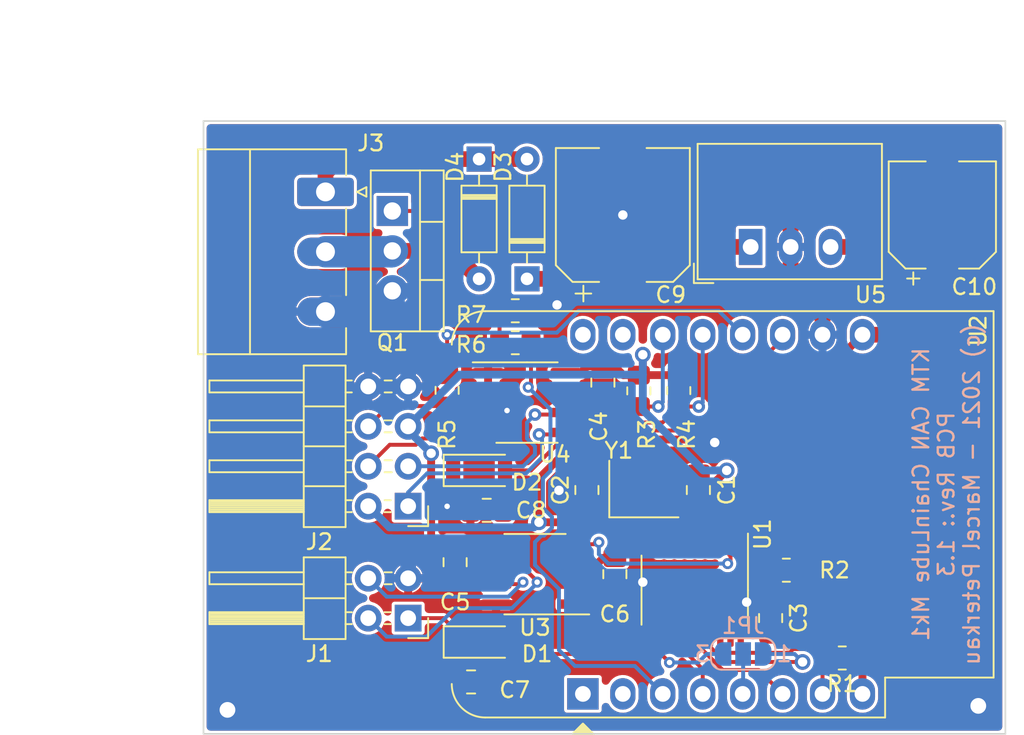
<source format=kicad_pcb>
(kicad_pcb (version 20211014) (generator pcbnew)

  (general
    (thickness 1.6)
  )

  (paper "A4")
  (layers
    (0 "F.Cu" signal)
    (31 "B.Cu" signal)
    (32 "B.Adhes" user "B.Adhesive")
    (33 "F.Adhes" user "F.Adhesive")
    (34 "B.Paste" user)
    (35 "F.Paste" user)
    (36 "B.SilkS" user "B.Silkscreen")
    (37 "F.SilkS" user "F.Silkscreen")
    (38 "B.Mask" user)
    (39 "F.Mask" user)
    (40 "Dwgs.User" user "User.Drawings")
    (41 "Cmts.User" user "User.Comments")
    (42 "Eco1.User" user "User.Eco1")
    (43 "Eco2.User" user "User.Eco2")
    (44 "Edge.Cuts" user)
    (45 "Margin" user)
    (46 "B.CrtYd" user "B.Courtyard")
    (47 "F.CrtYd" user "F.Courtyard")
    (48 "B.Fab" user)
    (49 "F.Fab" user)
  )

  (setup
    (pad_to_mask_clearance 0)
    (pcbplotparams
      (layerselection 0x00010fc_ffffffff)
      (disableapertmacros false)
      (usegerberextensions true)
      (usegerberattributes false)
      (usegerberadvancedattributes false)
      (creategerberjobfile false)
      (svguseinch false)
      (svgprecision 6)
      (excludeedgelayer true)
      (plotframeref false)
      (viasonmask false)
      (mode 1)
      (useauxorigin false)
      (hpglpennumber 1)
      (hpglpenspeed 20)
      (hpglpendiameter 15.000000)
      (dxfpolygonmode true)
      (dxfimperialunits true)
      (dxfusepcbnewfont true)
      (psnegative false)
      (psa4output false)
      (plotreference true)
      (plotvalue false)
      (plotinvisibletext false)
      (sketchpadsonfab false)
      (subtractmaskfromsilk true)
      (outputformat 1)
      (mirror false)
      (drillshape 0)
      (scaleselection 1)
      (outputdirectory "gerber/")
    )
  )

  (net 0 "")
  (net 1 "GND")
  (net 2 "Net-(C2-Pad1)")
  (net 3 "+5V")
  (net 4 "Net-(C7-Pad1)")
  (net 5 "Net-(D2-Pad1)")
  (net 6 "Net-(D3-Pad2)")
  (net 7 "Net-(D4-Pad2)")
  (net 8 "Net-(Q1-Pad1)")
  (net 9 "MISO")
  (net 10 "+3V3")
  (net 11 "PUMP")
  (net 12 "CS")
  (net 13 "SCK")
  (net 14 "MOSI")
  (net 15 "unconnected-(U1-Pad15)")
  (net 16 "Net-(C1-Pad1)")
  (net 17 "Net-(C8-Pad1)")
  (net 18 "Net-(C9-Pad1)")
  (net 19 "Net-(JP1-Pad2)")
  (net 20 "Net-(R2-Pad2)")
  (net 21 "Net-(R5-Pad2)")
  (net 22 "Net-(U1-Pad1)")
  (net 23 "Net-(U1-Pad2)")
  (net 24 "unconnected-(U1-Pad3)")
  (net 25 "unconnected-(U1-Pad4)")
  (net 26 "unconnected-(U1-Pad5)")
  (net 27 "unconnected-(U1-Pad6)")
  (net 28 "unconnected-(U1-Pad7)")
  (net 29 "unconnected-(U1-Pad11)")
  (net 30 "unconnected-(U1-Pad12)")
  (net 31 "unconnected-(U1-Pad13)")
  (net 32 "unconnected-(U2-Pad1)")
  (net 33 "unconnected-(U2-Pad2)")
  (net 34 "unconnected-(U2-Pad15)")
  (net 35 "unconnected-(U2-Pad16)")
  (net 36 "Net-(D1-Pad1)")
  (net 37 "Net-(J1-Pad2)")
  (net 38 "Net-(J1-Pad4)")
  (net 39 "Net-(J2-Pad1)")
  (net 40 "Net-(J2-Pad3)")
  (net 41 "Net-(J2-Pad6)")

  (footprint "Capacitor_SMD:C_0805_2012Metric_Pad1.18x1.45mm_HandSolder" (layer "F.Cu") (at 126.4705 84.836 180))

  (footprint "Capacitor_SMD:C_0805_2012Metric_Pad1.18x1.45mm_HandSolder" (layer "F.Cu") (at 125.476 95.758 180))

  (footprint "Diode_SMD:D_SOD-123" (layer "F.Cu") (at 125.984 93.218))

  (footprint "Resistor_SMD:R_0805_2012Metric_Pad1.20x1.40mm_HandSolder" (layer "F.Cu") (at 123.952 77.2 90))

  (footprint "Resistor_SMD:R_0805_2012Metric_Pad1.20x1.40mm_HandSolder" (layer "F.Cu") (at 128.286 74.168))

  (footprint "Module:WEMOS_D1_mini_light" (layer "F.Cu") (at 132.588 96.52 90))

  (footprint "Capacitor_SMD:CP_Elec_6.3x7.7" (layer "F.Cu") (at 155.448 66.04 90))

  (footprint "Resistor_SMD:R_0805_2012Metric_Pad1.20x1.40mm_HandSolder" (layer "F.Cu") (at 128.286 72.136))

  (footprint "Diode_SMD:D_SOD-123" (layer "F.Cu") (at 125.984 82.296))

  (footprint "Converter_DCDC:Converter_DCDC_RECOM_R-78E-0.5_THT" (layer "F.Cu") (at 143.256 68.072))

  (footprint "Package_TO_SOT_THT:TO-220-3_Vertical" (layer "F.Cu") (at 120.467 65.786 -90))

  (footprint "Capacitor_SMD:CP_Elec_8x10" (layer "F.Cu") (at 135.128 66.04 90))

  (footprint "Capacitor_SMD:C_0805_2012Metric_Pad1.18x1.45mm_HandSolder" (layer "F.Cu") (at 133.858 76.708 -90))

  (footprint "Diode_THT:D_DO-35_SOD27_P7.62mm_Horizontal" (layer "F.Cu") (at 129.032 70.104 90))

  (footprint "Resistor_SMD:R_0805_2012Metric_Pad1.20x1.40mm_HandSolder" (layer "F.Cu") (at 138.684 77.216 90))

  (footprint "Resistor_SMD:R_0805_2012Metric_Pad1.20x1.40mm_HandSolder" (layer "F.Cu") (at 136.144 77.232 90))

  (footprint "Package_SO:SOIC-8_3.9x4.9mm_P1.27mm" (layer "F.Cu") (at 129.032 77.978))

  (footprint "Diode_THT:D_DO-35_SOD27_P7.62mm_Horizontal" (layer "F.Cu") (at 125.984 62.484 -90))

  (footprint "Package_SO:TSSOP-20_4.4x6.5mm_P0.65mm" (layer "F.Cu") (at 139.7 89.916 -90))

  (footprint "Connector_PinHeader_2.54mm:PinHeader_2x04_P2.54mm_Horizontal" (layer "F.Cu") (at 121.474 84.572 180))

  (footprint "Package_SO:SOIC-8_3.9x4.9mm_P1.27mm" (layer "F.Cu") (at 129.54 88.9 180))

  (footprint "Connector_PinHeader_2.54mm:PinHeader_2x02_P2.54mm_Horizontal" (layer "F.Cu") (at 121.474 91.699 180))

  (footprint "Capacitor_SMD:C_0805_2012Metric_Pad1.18x1.45mm_HandSolder" (layer "F.Cu") (at 144.526 91.694 90))

  (footprint "Crystal:Crystal_SMD_EuroQuartz_X22-4Pin_2.5x2.0mm_HandSoldering" (layer "F.Cu") (at 136.4645 83.482))

  (footprint "Capacitor_SMD:C_0805_2012Metric_Pad1.18x1.45mm_HandSolder" (layer "F.Cu") (at 139.9325 83.5445 90))

  (footprint "Capacitor_SMD:C_0805_2012Metric_Pad1.18x1.45mm_HandSolder" (layer "F.Cu") (at 134.62 88.9 -90))

  (footprint "Capacitor_SMD:C_0805_2012Metric_Pad1.18x1.45mm_HandSolder" (layer "F.Cu") (at 124.46 88.138 -90))

  (footprint "Connector_Phoenix_MC:PhoenixContact_MC_1,5_3-G-3.81_1x03_P3.81mm_Horizontal" (layer "F.Cu") (at 116.2165 64.571 -90))

  (footprint "Resistor_SMD:R_0805_2012Metric_Pad1.20x1.40mm_HandSolder" (layer "F.Cu") (at 145.526 88.646 180))

  (footprint "Resistor_SMD:R_0805_2012Metric_Pad1.20x1.40mm_HandSolder" (layer "F.Cu") (at 149.082 94.234 180))

  (footprint "Capacitor_SMD:C_0805_2012Metric_Pad1.18x1.45mm_HandSolder" (layer "F.Cu") (at 132.842 83.5445 90))

  (footprint "Jumper:SolderJumper-3_P1.3mm_Open_RoundedPad1.0x1.5mm_NumberLabels" (layer "B.Cu") (at 142.778 93.98 180))

  (gr_line (start 159.458 99.06) (end 108.458 99.06) (layer "Edge.Cuts") (width 0.1) (tstamp 626679e8-6101-4722-ac57-5b8d9dab4c8b))
  (gr_line (start 108.458 60.06) (end 159.458 60.06) (layer "Edge.Cuts") (width 0.1) (tstamp 9f782c92-a5e8-49db-bfda-752b35522ce4))
  (gr_line (start 108.458 99.06) (end 108.458 60.06) (layer "Edge.Cuts") (width 0.1) (tstamp ccc4cc25-ac17-45ef-825c-e079951ffb21))
  (gr_line (start 159.458 60.06) (end 159.458 99.06) (layer "Edge.Cuts") (width 0.1) (tstamp da6f4122-0ecc-496f-b0fd-e4abef534976))
  (gr_text "KTM CAN ChainLube Mk1\nPCB Rev.: 1.3\n(c) 2021 - Marcel Peterkau" (at 155.702 83.82 90) (layer "B.SilkS") (tstamp 00000000-0000-0000-0000-000061de6936)
    (effects (font (size 1 1) (thickness 0.15)) (justify mirror))
  )
  (dimension (type aligned) (layer "Dwgs.User") (tstamp 7d0dab95-9e7a-486e-a1d7-fc48860fd57d)
    (pts (xy 108.458 99.06) (xy 108.458 60.06))
    (height -6.857999)
    (gr_text "39.0000 mm" (at 100.450001 79.56 90) (layer "Dwgs.User") (tstamp 7d0dab95-9e7a-486e-a1d7-fc48860fd57d)
      (effects (font (size 1 1) (thickness 0.15)))
    )
    (format (units 2) (units_format 1) (precision 4))
    (style (thickness 0.15) (arrow_length 1.27) (text_position_mode 0) (extension_height 0.58642) (extension_offset 0) keep_text_aligned)
  )
  (dimension (type aligned) (layer "Dwgs.User") (tstamp a7f25f41-0b4c-4430-b6cd-b2160b2db099)
    (pts (xy 108.458 60.06) (xy 159.458 60.06))
    (height -5.703999)
    (gr_text "51.0000 mm" (at 133.958 53.206001) (layer "Dwgs.User") (tstamp a7f25f41-0b4c-4430-b6cd-b2160b2db099)
      (effects (font (size 1 1) (thickness 0.15)))
    )
    (format (units 2) (units_format 1) (precision 4))
    (style (thickness 0.15) (arrow_length 1.27) (text_position_mode 0) (extension_height 0.58642) (extension_offset 0) keep_text_aligned)
  )

  (segment (start 125.476 91.186) (end 125.476 94.025022) (width 0.5) (layer "F.Cu") (net 1) (tstamp 023cdffb-615d-45a1-94b4-fd437f33d5cc))
  (segment (start 134.069 81.28) (end 139.954 81.28) (width 0.5) (layer "F.Cu") (net 1) (tstamp 02e83b5e-9e3e-4ade-ae84-779a28212057))
  (segment (start 124.4385 95.062522) (end 124.4385 95.758) (width 0.5) (layer "F.Cu") (net 1) (tstamp 0cdaf6b1-dc1f-486d-b713-24ddb4a56308))
  (segment (start 132.015 89.535) (end 132.969 89.535) (width 0.5) (layer "F.Cu") (net 1) (tstamp 0ecd8cf9-2db6-4dc0-85dc-4dbe645ca936))
  (segment (start 135.8685 89.9375) (end 136.398 89.408) (width 0.5) (layer "F.Cu") (net 1) (tstamp 1481a326-a01e-412c-80c1-59b5573ed7b1))
  (segment (start 140.716 80.518) (end 140.97 80.518) (width 0.5) (layer "F.Cu") (net 1) (tstamp 2364bc60-2c89-4a69-bb28-4cf85dbaf24b))
  (segment (start 133.3715 89.9375) (end 134.62 89.9375) (width 0.5) (layer "F.Cu") (net 1) (tstamp 27fb955a-2d8b-43e0-bdde-0e7f31ac7bf7))
  (segment (start 145.796 69.596) (end 147.828 71.628) (width 1) (layer "F.Cu") (net 1) (tstamp 2a1de22d-6451-488d-af77-0bf8841bd695))
  (segment (start 129.66104 71.76096) (end 143.63104 71.76096) (width 0.5) (layer "F.Cu") (net 1) (tstamp 2c1f8b32-80c4-45ce-a09d-bb33db2dd223))
  (segment (start 139.954 81.28) (end 139.954 82.4855) (width 0.5) (layer "F.Cu") (net 1) (tstamp 2c296fff-34b9-47cf-a5da-bd55fc261ece))
  (segment (start 130.683 89.535) (end 130.683 88.790151) (width 0.5) (layer "F.Cu") (net 1) (tstamp 2c35ac53-fddb-41aa-8c77-71b213a7d568))
  (segment (start 145.796 66.04) (end 142.748 62.992) (width 1) (layer "F.Cu") (net 1) (tstamp 2c60448a-e30f-46b2-89e1-a44f51688efc))
  (segment (start 128.143 77.343) (end 126.557 77.343) (width 0.5) (layer "F.Cu") (net 1) (tstamp 39b46d22-08bc-4502-8e6e-5a88c1961636))
  (segment (start 126.557 79.883) (end 125.095 79.883) (width 0.5) (layer "F.Cu") (net 1) (tstamp 3d3106cd-0843-4c05-a011-aad82b16a340))
  (segment (start 132.969 89.535) (end 133.3715 89.9375) (width 0.5) (layer "F.Cu") (net 1) (tstamp 47c7ada3-065f-483c-87bc-5e58c17670f6))
  (segment (start 129.286 72.136) (end 129.66104 71.76096) (width 0.5) (layer "F.Cu") (net 1) (tstamp 48e9104a-8df0-4ef3-a087-ec0002e1fb3c))
  (segment (start 130.477014 89.739169) (end 130.478831 89.739169) (width 0.5) (layer "F.Cu") (net 1) (tstamp 4946bbaa-c42f-4927-a0e4-5d643349a624))
  (segment (start 125.476 81.534) (end 125.476 81.788) (width 0.5) (layer "F.Cu") (net 1) (tstamp 4a911102-c769-4b39-89f9-b742b139bd1c))
  (segment (start 130.683 89.535) (end 130.478831 89.739169) (width 0.5) (layer "F.Cu") (net 1) (tstamp 4b13bdf7-6df5-4855-8df9-122c101e0d1c))
  (segment (start 148.496 63.34) (end 145.796 66.04) (width 1) (layer "F.Cu") (net 1) (tstamp 4b1fce17-dec7-457e-ba3b-a77604e77dc9))
  (segment (start 134.014989 82.507) (end 134.014989 81.334011) (width 0.5) (layer "F.Cu") (net 1) (tstamp 51ade803-e43f-415b-acf1-cbe9b60e0555))
  (segment (start 130.683 88.790151) (end 128.138329 86.24548) (width 0.5) (layer "F.Cu") (net 1) (tstamp 539a2a36-19bf-4dcf-8e64-b9ab81c9405b))
  (segment (start 124.46 89.1755) (end 121.4905 89.1755) (width 0.5) (layer "F.Cu") (net 1) (tstamp 54e2ac8d-fd82-4bc2-930e-4d687add0e14))
  (segment (start 126.557 79.883) (end 126.557 78.613) (width 0.5) (layer "F.Cu") (net 1) (tstamp 599ecd1e-d3bd-40f8-ad47-431d1392e2e7))
  (segment (start 139.954 82.4855) (end 139.9325 82.507) (width 0.5) (layer "F.Cu") (net 1) (tstamp 5c9c590b-fa70-4456-94bd-401f97b11fdf))
  (segment (start 125.095 79.883) (end 124.908519 80.069481) (width 0.5) (layer "F.Cu") (net 1) (tstamp 5efdd3ce-8ab4-49cd-a3d2-130d8e1772fe))
  (segment (start 134.958 89.789) (end 134.874 89.873) (width 0.5) (layer "F.Cu") (net 1) (tstamp 65cfeff3-b4f8-4019-a385-47d8468a529a))
  (segment (start 145.796 68.072) (end 145.796 69.596) (width 1) (layer "F.Cu") (net 1) (tstamp 6ac3ab53-7523-4805-bfd2-5de19dff127e))
  (segment (start 134.62 89.9375) (end 135.8685 89.9375) (width 0.5) (layer "F.Cu") (net 1) (tstamp 71f1d60b-385f-4b2a-8c0f-92a6f8634db3))
  (segment (start 132.8635 77.7455) (end 133.858 77.7455) (width 0.5) (layer "F.Cu") (net 1) (tstamp 74a9a3d0-1cfd-4b28-9fb3-c0e6949e0e5d))
  (segment (start 121.4905 89.1755) (end 121.474 89.159) (width 0.5) (layer "F.Cu") (net 1) (tstamp 77371015-d9e8-42e5-94ba-c3534ef4de66))
  (segment (start 135.128 62.79) (end 135.128 66.04) (width 1) (layer "F.Cu") (net 1) (tstamp 7c38b2b3-b345-474d-ac96-82bb563978c8))
  (segment (start 124.908519 80.069481) (end 124.908519 80.966519) (width 0.5) (layer "F.Cu") (net 1) (tstamp 812753a0-56fe-400f-a441-80c8401da8b1))
  (segment (start 124.206 70.866) (end 120.467 70.866) (width 0.5) (layer "F.Cu") (net 1) (tstamp 847162b7-60e9-433d-b3d2-4968b0b6bdb7))
  (segment (start 155.448 63.34) (end 148.496 63.34) (width 1) (layer "F.Cu") (net 1) (tstamp 869d6302-ae22-478f-9723-3feacbb12eef))
  (segment (start 127.065 90.805) (end 129.411183 90.805) (width 0.5) (layer "F.Cu") (net 1) (tstamp 86d1e3c7-32dc-4b5c-b20c-8c411311de6d))
  (segment (start 129.833489 77.343) (end 129.833489 77.430511) (width 0.5) (layer "F.Cu") (net 1) (tstamp 8863e1d8-08ba-4f33-9d6e-204128050245))
  (segment (start 136.775 89.031) (end 136.775 88.007) (width 0.5) (layer "F.Cu") (net 1) (tstamp 894ae735-1f6b-4f3c-8e47-123bc510fdde))
  (segment (start 126.557 76.073) (end 125.10152 76.073) (width 0.5) (layer "F.Cu") (net 1) (tstamp 8e14207c-4a47-40d1-898a-0a0a2a181c49))
  (segment (start 142.748 62.992) (end 135.33 62.992) (width 1) (layer "F.Cu") (net 1) (tstamp 901440f4-e2a6-4447-83cc-f58a2b26f5c4))
  (segment (start 125.095 90.805) (end 125.476 91.186) (width 0.5) (layer "F.Cu") (net 1) (tstamp 90e85ac3-562e-4286-89d8-fa07e610c315))
  (segment (start 125.433 86.063) (end 125.433 84.836) (width 0.5) (layer "F.Cu") (net 1) (tstamp 92cf20b0-d670-49bf-8912-cb6ea62dd9b3))
  (segment (start 124.908519 80.966519) (end 125.476 81.534) (width 0.5) (layer "F.Cu") (net 1) (tstamp 9766a616-6758-409f-bb1f-c6a9b20b19e0))
  (segment (start 128.138329 86.24548) (end 125.61548 86.24548) (width 0.5) (layer "F.Cu") (net 1) (tstamp 99bb1ab5-f422-4900-ad86-feb26826507f))
  (segment (start 147.828 71.628) (end 147.828 73.66) (width 1) (layer "F.Cu") (net 1) (tstamp a8219a78-6b33-4efa-a789-6a67ce8f7a50))
  (segment (start 127.065 90.805) (end 125.095 90.805) (width 0.5) (layer "F.Cu") (net 1) (tstamp b4e5cbd6-9053-454d-9918-03f761c2e24b))
  (segment (start 126.557 76.073) (end 126.557 76.011) (width 0.5) (layer "F.Cu") (net 1) (tstamp ba8cd77a-fca6-43ed-b4a5-e700224a7f42))
  (segment (start 129.373511 77.890489) (end 128.690489 77.890489) (width 0.5) (layer "F.Cu") (net 1) (tstamp bb50e2b1-7d64-4d79-8df0-8a05ca9a6bca))
  (segment (start 132.015 89.535) (end 130.683 89.535) (width 0.5) (layer "F.Cu") (net 1) (tstamp bc3df64e-b307-4a81-8149-89fd91222c58))
  (segment (start 125.61548 86.24548) (end 125.433 86.063) (width 0.5) (layer "F.Cu") (net 1) (tstamp bca170b0-60c4-4721-b2f0-03b13d9c15f9))
  (segment (start 139.954 81.28) (end 140.716 80.518) (width 0.5) (layer "F.Cu") (net 1) (tstamp c16231d6-60b0-4370-ac3b-c2be76952905))
  (segment (start 143.63104 71.76096) (end 145.796 69.596) (width 0.5) (layer "F.Cu") (net 1) (tstamp c4564d51-ad25-4dfa-8b5d-fad220ea5887))
  (segment (start 129.411183 90.805) (end 130.477014 89.739169) (width 0.5) (layer "F.Cu") (net 1) (tstamp c60463ac-c6b1-4729-991f-c4ed5854c0b6))
  (segment (start 131.507 77.343) (end 132.461 77.343) (width 0.5) (layer "F.Cu") (net 1) (tstamp c6330284-aa51-475a-84a6-206e7a5204c7))
  (segment (start 125.476 94.025022) (end 124.4385 95.062522) (width 0.5) (layer "F.Cu") (net 1) (tstamp c69e2101-c2fe-4957-bf66-2b13826bd977))
  (segment (start 125.222 71.882) (end 124.206 70.866) (width 0.5) (layer "F.Cu") (net 1) (tstamp c8fad29f-33d0-484c-a2e6-5c4e1f5f4dcf))
  (segment (start 125.476 81.788) (end 125.476 84.793) (width 0.5) (layer "F.Cu") (net 1) (tstamp cb02a36d-0671-4e7e-8644-a4d35c239e77))
  (segment (start 125.10152 74.79648) (end 125.222 74.676) (width 0.5) (layer "F.Cu") (net 1) (tstamp cb25735a-b132-4c74-890d-e599e21a483f))
  (segment (start 125.222 74.676) (end 125.222 71.882) (width 0.5) (layer "F.Cu") (net 1) (tstamp cc2ad012-aa91-4346-af92-765e780b3d50))
  (segment (start 136.398 89.408) (end 136.775 89.031) (width 0.5) (layer "F.Cu") (net 1) (tstamp ceb238be-4d66-4c36-ba78-fd5c1679982f))
  (segment (start 145.796 68.072) (end 145.796 66.04) (width 1) (layer "F.Cu") (net 1) (tstamp d66d3c12-11ce-4566-9a45-962e329503d8))
  (segment (start 135.33 62.992) (end 135.128 62.79) (width 1) (layer "F.Cu") (net 1) (tstamp d7e5a060-eb57-4238-9312-26bc885fc97d))
  (segment (start 132.842 82.507) (end 134.014989 82.507) (width 0.5) (layer "F.Cu") (net 1) (tstamp d8a614a7-d331-4699-bc67-fe05d0be8e0a))
  (segment (start 126.557 77.343) (end 126.557 78.613) (width 0.5) (layer "F.Cu") (net 1) (tstamp d94e3a38-fe9f-4dc7-93b3-efcf75411149))
  (segment (start 131.507 77.343) (end 129.833489 77.343) (width 0.5) (layer "F.Cu") (net 1) (tstamp da30c951-4974-441a-a423-042fccec00a0))
  (segment (start 143.0235 90.6565) (end 143.002 90.678) (width 0.5) (layer "F.Cu") (net 1) (tstamp dbc02433-56f1-4549-9ae9-af7ff89a1101))
  (segment (start 124.46 90.17) (end 124.46 89.1755) (width 0.5) (layer "F.Cu") (net 1) (tstamp dc0e9d4f-27e0-42cf-98e5-9501b99079af))
  (segment (start 134.014989 81.334011) (end 134.069 81.28) (width 0.5) (layer "F.Cu") (net 1) (tstamp e30a5a88-0e2c-4697-83e1-67e595a79d8d))
  (segment (start 128.690489 77.890489) (end 128.143 77.343) (width 0.5) (layer "F.Cu") (net 1) (tstamp e34a0579-3409-466e-a7c5-cfdb76a3e567))
  (segment (start 125.476 84.793) (end 125.433 84.836) (width 0.5) (layer "F.Cu") (net 1) (tstamp e8248a91-ad69-49cb-bcdc-6d1a63c7ad1b))
  (segment (start 129.833489 77.430511) (end 129.373511 77.890489) (width 0.5) (layer "F.Cu") (net 1) (tstamp eb8841bc-c327-4b86-96d3-7928fa8a85d9))
  (segment (start 126.557 76.073) (end 126.557 77.343) (width 0.5) (layer "F.Cu") (net 1) (tstamp ec59debd-e10a-46dd-b754-83b8d53031fe))
  (segment (start 144.526 90.6565) (end 143.0235 90.6565) (width 0.5) (layer "F.Cu") (net 1) (tstamp edb205e3-82ad-41b2-814d-258ef9dd6cff))
  (segment (start 125.095 90.805) (end 124.46 90.17) (width 0.5) (layer "F.Cu") (net 1) (tstamp f5330c53-853e-4b5d-8eae-daa54a337cc1))
  (segment (start 132.461 77.343) (end 132.8635 77.7455) (width 0.5) (layer "F.Cu") (net 1) (tstamp f61cd545-a0d2-48b1-8ad5-43a725554575))
  (segment (start 136.775 87.0535) (end 136.775 88.007) (width 0.25) (layer "F.Cu") (net 1) (tstamp fe1f03aa-a582-44f6-84d0-e32aa2adf154))
  (segment (start 125.10152 76.073) (end 125.10152 74.79648) (width 0.5) (layer "F.Cu") (net 1) (tstamp ff59ecd7-ab5f-46ab-9c75-69ba1b7dfd25))
  (via (at 123.952 84.582) (size 0.7) (drill 0.35) (layers "F.Cu" "B.Cu") (free) (net 1) (tstamp 0df41557-44f9-480b-a1d8-131d8c71e47f))
  (via (at 131.064 83.566) (size 1) (drill 0.6) (layers "F.Cu" "B.Cu") (free) (net 1) (tstamp 1f8bc4bf-7362-45c2-9423-472842c52015))
  (via (at 140.97 80.518) (size 1) (drill 0.6) (layers "F.Cu" "B.Cu") (net 1) (tstamp 520dec4d-0bb1-4857-8ea3-0970131c9076))
  (via (at 130.94296 71.76096) (size 1) (drill 0.6) (layers "F.Cu" "B.Cu") (net 1) (tstamp 6a340c1c-635d-4858-b0e8-1281d6b7c410))
  (via (at 127.762 78.486) (size 0.7) (drill 0.35) (layers "F.Cu" "B.Cu") (free) (net 1) (tstamp 6a545a74-27a5-477c-9457-772e733fda89))
  (via (at 109.982 97.536) (size 2) (drill 1) (layers "F.Cu" "B.Cu") (free) (net 1) (tstamp a597b624-5f91-48e4-bfda-7a3f4ae3004c))
  (via (at 157.734 97.282) (size 2) (drill 1) (layers "F.Cu" "B.Cu") (free) (net 1) (tstamp c74f4aa4-d49b-4490-b797-127e25ebb8a3))
  (via (at 136.398 89.408) (size 1) (drill 0.6) (layers "F.Cu" "B.Cu") (net 1) (tstamp ca31c17c-76a3-4514-9a50-8dfcd1bb585f))
  (via (at 143.002 90.678) (size 1) (drill 0.6) (layers "F.Cu" "B.Cu") (net 1) (tstamp d81764f7-7042-4475-b793-646a2baa3a97))
  (via (at 135.128 66.04) (size 1) (drill 0.6) (layers "F.Cu" "B.Cu") (net 1) (tstamp f8cc9334-ce8f-45de-9a02-e9591e1eaf80))
  (segment (start 122.936 70.866) (end 120.467 70.866) (width 1) (layer "B.Cu") (net 1) (tstamp 0374e6be-7021-4b22-92de-71482e8c07b1))
  (segment (start 127.762 66.04) (end 122.936 70.866) (width 1) (layer "B.Cu") (net 1) (tstamp 0d9c0a1e-feb3-4ca3-a3ff-be9f999d103f))
  (segment (start 120.396 86.868) (end 121.474 87.946) (width 1) (layer "B.Cu") (net 1) (tstamp 17a711cb-86ad-4a8f-9a59-e70e1ec0f313))
  (segment (start 123.83096 71.76096) (end 122.936 70.866) (width 0.5) (layer "B.Cu") (net 1) (tstamp 1de6104b-d81a-465f-b14b-a4c1aa48fdb4))
  (segment (start 117.384489 85.21383) (end 119.038659 86.868) (width 1) (layer "B.Cu") (net 1) (tstamp 2d35569e-2e7f-481b-9cb8-b3c961520f88))
  (segment (start 121.474 76.952) (end 121.474 72.452) (width 1) (layer "B.Cu") (net 1) (tstamp 388281e1-b43d-4b8f-b65e-306c154ee8a1))
  (segment (start 116.2165 72.191) (end 119.142 72.191) (width 2) (layer "B.Cu") (net 1) (tstamp 3b38e200-5213-4741-8921-424e73ac94ff))
  (segment (start 130.94296 71.76096) (end 123.83096 71.76096) (width 0.5) (layer "B.Cu") (net 1) (tstamp 45cbe852-8d8c-41a9-8db3-17a1d81c4ef2))
  (segment (start 120.467 71.445) (end 120.467 70.866) (width 1) (layer "B.Cu") (net 1) (tstamp 4abcf011-562b-4c72-9626-ca4d60ddc6b5))
  (segment (start 137.668 90.678) (end 136.398 89.408) (width 0.5) (layer "B.Cu") (net 1) (tstamp 4bd43a87-7d39-4ebf-8917-178052502997))
  (segment (start 119.038659 86.868) (end 120.396 86.868) (width 1) (layer "B.Cu") (net 1) (tstamp 6006d06c-eb29-415a-9223-b4981614af59))
  (segment (start 118.934 76.952) (end 121.474 76.952) (width 1) (layer "B.Cu") (net 1) (tstamp 6b513407-4258-4298-bdc5-7f43834901ad))
  (segment (start 147.828 74.93) (end 147.828 73.66) (width 0.5) (layer "B.Cu") (net 1) (tstamp 73fc1d88-c1fe-4dfa-9da0-a801eb35dad2))
  (segment (start 119.142 72.191) (end 120.467 70.866) (width 2) (layer "B.Cu") (net 1) (tstamp 7d73123d-9e7d-4fa1-a550-8de11d57b61b))
  (segment (start 143.002 90.678) (end 137.668 90.678) (width 0.5) (layer "B.Cu") (net 1) (tstamp 85d1ae83-aad0-4179-bcbb-495676c1645d))
  (segment (start 118.934 76.952) (end 117.384489 78.501511) (width 1) (layer "B.Cu") (net 1) (tstamp 8c47d839-e165-40a3-87c7-43f32cc2f38c))
  (segment (start 140.97 80.518) (end 145.796 75.692) (width 0.5) (layer "B.Cu") (net 1) (tstamp a4764aa0-4283-4790-985a-80638f1cfc06))
  (segment (start 147.066 75.692) (end 147.828 74.93) (width 0.5) (layer "B.Cu") (net 1) (tstamp b2f0a346-a19c-480a-86a4-af2760a5b2d9))
  (segment (start 145.796 75.692) (end 147.066 75.692) (width 0.5) (layer "B.Cu") (net 1) (tstamp b4186ac5-37ee-4b4d-9650-2273aa425fb1))
  (segment (start 121.474 72.452) (end 120.467 71.445) (width 1) (layer "B.Cu") (net 1) (tstamp b723dd4d-3139-4c12-abfa-ef53ffd84e13))
  (segment (start 117.384489 78.501511) (end 117.384489 85.21383) (width 1) (layer "B.Cu") (net 1) (tstamp bf89bd8e-7bfa-45a7-aed0-20dd7b2dc02c))
  (segment (start 121.474 87.946) (end 121.474 89.159) (width 1) (layer "B.Cu") (net 1) (tstamp e8ac4044-92c4-4fe4-a51b-30bcb1e58cdd))
  (segment (start 135.128 66.04) (end 127.762 66.04) (width 1) (layer "B.Cu") (net 1) (tstamp fab7160d-3f96-48f3-87ed-6b95d8fa3777))
  (segment (start 132.842 84.582) (end 133.604 84.582) (width 0.25) (layer "F.Cu") (net 2) (tstamp 1c9cc526-585e-47c8-87ad-c41f879b6fd0))
  (segment (start 133.854 84.332) (end 135.3645 84.332) (width 0.25) (layer "F.Cu") (net 2) (tstamp 1cd3174d-abf3-4b68-b3c5-080aa4b78bae))
  (segment (start 135.3645 85.3265) (end 135.636 85.598) (width 0.25) (layer "F.Cu") (net 2) (tstamp 409278f4-ff24-4480-86e2-cc26c946172b))
  (segment (start 137.425 87.0535) (end 137.425 86.117) (width 0.25) (layer "F.Cu") (net 2) (tstamp 5297936d-1490-4fc6-814c-ced47b48515b))
  (segment (start 137.425 86.117) (end 136.906 85.598) (width 0.25) (layer "F.Cu") (net 2) (tstamp 61409f3f-da79-4528-ba15-299797b67a2b))
  (segment (start 133.604 84.582) (end 133.854 84.332) (width 0.25) (layer "F.Cu") (net 2) (tstamp 9247ed6e-7787-47bc-922a-0798ce0da4ce))
  (segment (start 135.3645 84.332) (end 135.3645 85.3265) (width 0.25) (layer "F.Cu") (net 2) (tstamp bd83b3d0-475b-49ee-ad48-a0c984e77f2b))
  (segment (start 136.906 85.598) (end 135.636 85.598) (width 0.25) (layer "F.Cu") (net 2) (tstamp d2780db7-45c9-4db4-a1f8-82e01f0be901))
  (segment (start 133.477 88.265) (end 132.015 88.265) (width 0.5) (layer "F.Cu") (net 3) (tstamp 0e3e3740-55dc-4a6b-8c64-11c6c6aadb79))
  (segment (start 144.839108 75.184) (end 139.692589 80.330519) (width 0.5) (layer "F.Cu") (net 3) (tstamp 10c41809-3d7b-42c3-8f0f-1634cf7e3d56))
  (segment (start 139.692589 80.330519) (end 133.841974 80.33052) (width 0.5) (layer "F.Cu") (net 3) (tstamp 1d8d99c0-7b6a-461b-8f4a-a564868177e3))
  (segment (start 154.432 73.66) (end 150.368 73.66) (width 1) (layer "F.Cu") (net 3) (tstamp 20caf6d2-76a7-497e-ac56-f6d31eb9027b))
  (segment (start 155.448 72.644) (end 154.432 73.66) (width 1) (layer "F.Cu") (net 3) (tstamp 2f291a4b-4ecb-4692-9ad2-324f9784c0d4))
  (segment (start 133.079975 81.092519) (end 131.50548 81.09252) (width 0.5) (layer "F.Cu") (net 3) (tstamp 36d9f170-93ef-428f-8380-8a44839cc197))
  (segment (start 133.841974 80.33052) (end 133.079975 81.092519) (width 0.5) (layer "F.Cu") (net 3) (tstamp 5c716e63-bbf1-426e-884a-0023becb8994))
  (segment (start 148.844 75.184) (end 144.839108 75.184) (width 0.5) (layer "F.Cu") (net 3) (tstamp 6fc3ecea-d9bf-4d0c-83b9-9dc583ef6406))
  (segment (start 155.448 68.74) (end 155.448 72.644) (width 1) (layer "F.Cu") (net 3) (tstamp 759788bd-3cb9-4d38-b58c-5cb10b7dca6b))
  (segment (start 150.368 73.66) (end 148.844 75.184) (width 0.5) (layer "F.Cu") (net 3) (tstamp 827091ff-9210-4ce2-b5fb-cadb1cd92218))
  (segment (start 134.62 86.36) (end 134.62 87.8625) (width 0.5) (layer "F.Cu") (net 3) (tstamp 89cd368b-37be-4b69-a67b-679c9513f4c9))
  (segment (start 134.62 87.8625) (end 133.8795 87.8625) (width 0.5) (layer "F.Cu") (net 3) (tstamp 90f1e464-29eb-4d7a-a9c8-9010b60a85c1))
  (segment (start 133.858 85.598) (end 134.62 86.36) (width 0.5) (layer "F.Cu") (net 3) (tstamp 95248964-9d32-4963-a9e3-2c75ee2723e8))
  (segment (start 133.8795 87.8625) (end 133.477 88.265) (width 0.5) (layer "F.Cu") (net 3) (tstamp a05aeed5-6149-4f8e-817a-f8b094c4b835))
  (segment (start 129.794 82.804) (end 129.794 85.598) (width 0.5) (layer "F.Cu") (net 3) (tstamp a5e78d5a-dd54-4bf7-8192-c7efbeca2224))
  (segment (start 148.336 68.072) (end 151.892 68.072) (width 1) (layer "F.Cu") (net 3) (tstamp bb59b92a-e4d0-4b9e-82cd-26304f5c15b8))
  (segment (start 131.50548 81.09252) (end 129.794 82.804) (width 0.5) (layer "F.Cu") (net 3) (tstamp ca57004e-1e01-44be-8308-b087760c71bf))
  (segment (start 129.794 85.598) (end 133.858 85.598) (width 0.5) (layer "F.Cu") (net 3) (tstamp d9965293-e6ca-4ce3-bedb-30fbe78ed033))
  (segment (start 151.892 68.072) (end 152.56 68.74) (width 1) (layer "F.Cu") (net 3) (tstamp f44d04c5-0d17-4d52-8328-ef3b4fdfba5f))
  (segment (start 152.56 68.74) (end 155.448 68.74) (width 1) (layer "F.Cu") (net 3) (tstamp f6983918-fe05-46ea-b355-bc522ec53440))
  (via (at 129.794 85.598) (size 1) (drill 0.6) (layers "F.Cu" "B.Cu") (net 3) (tstamp ea4fd4d4-41b4-430b-87a3-a7d40731cbee))
  (segment (start 118.934 84.572) (end 120.28048 85.91848) (width 0.5) (layer "B.Cu") (net 3) (tstamp 3a8ca7fd-475a-4271-9e38-e51f411f762d))
  (segment (start 129.47352 85.91848) (end 129.794 85.598) (width 0.5) (layer "B.Cu") (net 3) (tstamp 9350312a-39a8-496c-8f6f-1586e55c19eb))
  (segment (start 120.28048 85.91848) (end 120.789304 85.91848) (width 0.5) (layer "B.Cu") (net 3) (tstamp 9d0a8e98-f076-4380-9562-13de7b870688))
  (segment (start 120.789304 85.91848) (end 129.47352 85.91848) (width 0.5) (layer "B.Cu") (net 3) (tstamp b3f3792f-9705-4d67-8e00-c4bc00f50627))
  (segment (start 130.048 93.98) (end 137.557196 93.98) (width 0.25) (layer "F.Cu") (net 4) (tstamp 02c9cc35-b327-41cd-b4ae-07052a5392e2))
  (segment (start 127.634 95.378) (end 127.254 95.758) (width 0.25) (layer "F.Cu") (net 4) (tstamp 11c3f0b9-2022-4871-8844-040aa6f01dec))
  (segment (start 130.048 93.98) (end 129.286 93.218) (width 0.25) (layer "F.Cu") (net 4) (tstamp 2722c203-578f-42c6-96a0-dfbdc753a647))
  (segment (start 129.286 93.218) (end 127.634 93.218) (width 0.25) (layer "F.Cu") (net 4) (tstamp 61685e4d-24dd-4c59-8838-6412f680fdfe))
  (segment (start 137.557196 93.98) (end 138.096169 94.518973) (width 0.25) (layer "F.Cu") (net 4) (tstamp 7240791a-dba1-4359-bad4-f522eeba45d4))
  (segment (start 127.634 93.218) (end 127.634 95.378) (width 0.25) (layer "F.Cu") (net 4) (tstamp 84a3bcb0-5748-4c05-acb6-c7cdfff0535b))
  (segment (start 127.254 95.758) (end 126.5135 95.758) (width 0.25) (layer "F.Cu") (net 4) (tstamp 9852ffb6-5925-4030-a4c1-21fba7788292))
  (via (at 138.096169 94.518973) (size 0.7) (drill 0.35) (layers "F.Cu" "B.Cu") (net 4) (tstamp 86077666-877b-4591-8e29-2564a8e2e774))
  (segment (start 140.462 93.98) (end 141.478 93.98) (width 0.25) (layer "B.Cu") (net 4) (tstamp 2ce2b049-2548-4170-8945-8cdf79ab49f6))
  (segment (start 139.923027 94.518973) (end 140.462 93.98) (width 0.25) (layer "B.Cu") (net 4) (tstamp 32673eaf-91bd-49a2-9796-7c789aa7902e))
  (segment (start 138.096169 94.518973) (end 139.923027 94.518973) (width 0.25) (layer "B.Cu") (net 4) (tstamp 4647addc-a19e-48e3-956a-9161445bc119))
  (segment (start 122.36301 80.264) (end 121.960499 80.666511) (width 0.25) (layer "F.Cu") (net 5) (tstamp 132aac36-1cd8-41f3-92e8-266e24b9b67b))
  (segment (start 124.334 80.9) (end 123.698 80.264) (width 0.25) (layer "F.Cu") (net 5) (tstamp 225c4518-5534-41b9-a40b-c004e917a6a4))
  (segment (start 123.698 80.264) (end 122.36301 80.264) (width 0.25) (layer "F.Cu") (net 5) (tstamp 75debf7c-cd2d-4716-ae83-0a5929d4ac0a))
  (segment (start 120.299489 80.666511) (end 118.934 82.032) (width 0.25) (layer "F.Cu") (net 5) (tstamp 9d8affc1-b42b-4abb-9aae-faa2e699527c))
  (segment (start 124.334 82.296) (end 124.334 80.9) (width 0.25) (layer "F.Cu") (net 5) (tstamp a89d2b6c-f370-4c87-af3a-312fe183f96e))
  (segment (start 121.960499 80.666511) (end 120.299489 80.666511) (width 0.25) (layer "F.Cu") (net 5) (tstamp b4f78ad0-2b62-4364-837c-70f4848d213f))
  (segment (start 117.094 62.484) (end 116.2165 63.3615) (width 1) (layer "F.Cu") (net 6) (tstamp 04e4c782-518a-44e4-95e7-f070033f830b))
  (segment (start 117.094 62.484) (end 125.984 62.484) (width 1) (layer "F.Cu") (net 6) (tstamp 3b6d9f60-4269-4f95-aad5-0fc5b2b345b4))
  (segment (start 116.2165 63.3615) (end 116.2165 64.571) (width 1) (layer "F.Cu") (net 6) (tstamp 488c710a-8f1e-40ac-a896-051ac032964f))
  (segment (start 129.032 62.484) (end 125.984 62.484) (width 1) (layer "F.Cu") (net 6) (tstamp e300709f-6c72-488d-a598-efcbd6d3af54))
  (segment (start 125.984 70.104) (end 124.206 68.326) (width 1) (layer "F.Cu") (net 7) (tstamp 23daadb6-e59f-4ece-94c6-f7782caa9d03))
  (segment (start 124.206 68.326) (end 120.467 68.326) (width 1) (layer "F.Cu") (net 7) (tstamp ebcb4951-e6d1-4f74-a034-97500fab7d17))
  (segment (start 116.2165 68.381) (end 120.412 68.381) (width 2) (layer "B.Cu") (net 7) (tstamp ac1462f0-d831-4b7e-a38b-ad38dcb6cd6d))
  (segment (start 120.412 68.381) (end 120.467 68.326) (width 2) (layer "B.Cu") (net 7) (tstamp b0305cf1-cad4-4b6a-8fbc-0694a8af684c))
  (segment (start 127.286 72.136) (end 127.286 74.168) (width 0.25) (layer "F.Cu") (net 8) (tstamp 74fea7d7-28ea-422b-a980-8b2fdd660a13))
  (segment (start 124.714 65.786) (end 127.254 68.326) (width 0.25) (layer "F.Cu") (net 8) (tstamp 911a3873-9972-4266-bb91-f9100ab685d2))
  (segment (start 127.254 72.104) (end 127.286 72.136) (width 0.25) (layer "F.Cu") (net 8) (tstamp 9905b4da-2878-4f87-9d7e-8be05f16fbb8))
  (segment (start 127.254 68.326) (end 127.254 72.104) (width 0.25) (layer "F.Cu") (net 8) (tstamp c425d899-6f9d-4312-9484-691c3b492f41))
  (segment (start 124.714 65.786) (end 120.467 65.786) (width 0.25) (layer "F.Cu") (net 8) (tstamp d4b53b9a-eca5-4233-a4b7-3a585897a498))
  (segment (start 140.675 92.7785) (end 140.675 93.52552) (width 0.25) (layer "F.Cu") (net 9) (tstamp 7572b976-532a-4d5c-8114-06645e5ca447))
  (segment (start 140.675 93.52552) (end 141.63748 94.488) (width 0.25) (layer "F.Cu") (net 9) (tstamp 7c7198ce-f40c-46be-8a19-b39cfd24aab9))
  (segment (start 141.63748 94.488) (end 146.558 94.488) (width 0.25) (layer "F.Cu") (net 9) (tstamp fae6a1c6-ced9-4a78-992d-de571d6d91b5))
  (via (at 146.558 94.488) (size 1) (drill 0.6) (layers "F.Cu" "B.Cu") (net 9) (tstamp 2070603d-8d4a-4059-ad41-6c4b09fbd5fa))
  (segment (start 146.05 93.98) (end 146.558 94.488) (width 0.25) (layer "B.Cu") (net 9) (tstamp 5014bc1b-ae2c-475c-b688-28944dfad633))
  (segment (start 144.078 93.98) (end 146.05 93.98) (width 0.25) (layer "B.Cu") (net 9) (tstamp c45e337f-edff-4266-bdba-01ed18a4999c))
  (segment (start 141.10702 85.22702) (end 141.732 85.852) (width 0.5) (layer "F.Cu") (net 10) (tstamp 143af001-6e15-4ec2-a163-5784cf42fa10))
  (segment (start 136.398 75.978) (end 136.144 76.232) (width 0.5) (layer "F.Cu") (net 10) (tstamp 19b4d3ee-b675-40c3-9ba0-1fdaedd49bdc))
  (segment (start 122.936 81.2075) (end 122.936 86.868) (width 0.5) (layer "F.Cu") (net 10) (tstamp 2bbe183c-9134-4ebd-a370-7fbb93ea9062))
  (segment (start 134.5985 75.6705) (end 135.16 76.232) (width 0.5) (layer "F.Cu") (net 10) (tstamp 3782e537-de01-4221-9f4f-459468725d25))
  (segment (start 146.526 88.646) (end 146.15004 89.02196) (width 0.5) (layer "F.Cu") (net 10) (tstamp 52ba4550-c9cb-4ee5-925e-e0cdba53f459))
  (segment (start 150.368 96.52) (end 150.368 94.52) (width 0.5) (layer "F.Cu") (net 10) (tstamp 62ba636f-a188-4e85-a1ef-a2757d4e2a46))
  (segment (start 122.936 86.868) (end 123.1685 87.1005) (width 0.5) (layer "F.Cu") (net 10) (tstamp 65d19cc2-b738-4128-bb8c-4b7f595e10ca))
  (segment (start 146.5365 92.7315) (end 144.526 92.7315) (width 0.5) (layer "F.Cu") (net 10) (tstamp 749c940e-0100-478e-ab70-dcc7b06fc303))
  (segment (start 133.858 75.6705) (end 134.5985 75.6705) (width 0.5) (layer "F.Cu") (net 10) (tstamp 76fbb571-c68a-4794-9cf1-7546bd4d67c0))
  (segment (start 146.15004 89.02196) (end 146.15004 91.79404) (width 0.5) (layer "F.Cu") (net 10) (tstamp 783890e1-651f-487b-b21b-bde419f7ba6a))
  (segment (start 144.479 92.7785) (end 144.526 92.7315) (width 0.5) (layer "F.Cu") (net 10) (tstamp 7e6d800a-b2f5-4817-8dac-712081ae4955))
  (segment (start 150.082 94.234) (end 150.082 93.186) (width 0.5) (layer "F.Cu") (net 10) (tstamp 8b4d0934-2971-481c-aa83-dcd7750b9bec))
  (segment (start 132.8635 75.6705) (end 133.858 75.6705) (width 0.5) (layer "F.Cu") (net 10) (tstamp 9139401a-7292-45b4-9bfd-39af5c567a98))
  (segment (start 138.668 76.232) (end 138.684 76.216) (width 0.5) (layer "F.Cu") (net 10) (tstamp 986199a8-d072-44f6-a5ef-14afa0f660c6))
  (segment (start 123.1685 87.1005) (end 124.46 87.1005) (width 0.5) (layer "F.Cu") (net 10) (tstamp 9ca1e845-854e-4f8c-80db-d162369cd615))
  (segment (start 127.065 86.995) (end 124.5655 86.995) (width 0.5) (layer "F.Cu") (net 10) (tstamp a02f01d2-8738-4971-b3e6-2311d542fe32))
  (segment (start 132.461 76.073) (end 132.8635 75.6705) (width 0.5) (layer "F.Cu") (net 10) (tstamp a1f571a5-f0d7-469d-a35c-251fcbbf957c))
  (segment (start 146.526 86.836) (end 146.526 88.646) (width 0.5) (layer "F.Cu") (net 10) (tstamp a5ba95fd-a0ee-4a8e-94d2-731639b08414))
  (segment (start 145.542 85.852) (end 146.526 86.836) (width 0.5) (layer "F.Cu") (net 10) (tstamp a6500cd9-3bd2-4317-8da1-b5e51682978c))
  (segment (start 150.368 94.52) (end 150.082 94.234) (width 0.5) (layer "F.Cu") (net 10) (tstamp a8049c87-15af-47b0-9a0e-5c30cde49fd4))
  (segment (start 135.16 76.232) (end 136.144 76.232) (width 0.5) (layer "F.Cu") (net 10) (tstamp bedf1ce1-b07d-4e9f-9486-af6ada02f6d6))
  (segment (start 147.0875 92.7315) (end 146.5365 92.7315) (width 0.5) (layer "F.Cu") (net 10) (tstamp c2e7d5b8-4460-4843-81ca-2eb788b9f2e4))
  (segment (start 136.144 76.232) (end 138.668 76.232) (width 0.5) (layer "F.Cu") (net 10) (tstamp c818c278-6bc7-4d13-bdce-c5f585dcfa6d))
  (segment (start 124.5655 86.995) (end 124.46 87.1005) (width 0.5) (layer "F.Cu") (net 10) (tstamp cbad94e7-ec82-4444-965b-9bbc4b24e6d3))
  (segment (start 142.625 92.7785) (end 144.479 92.7785) (width 0.5) (layer "F.Cu") (net 10) (tstamp d525771b-154c-4970-b57c-af00790db16c))
  (segment (start 141.732 85.852) (end 145.542 85.852) (width 0.5) (layer "F.Cu") (net 10) (tstamp e13a34b8-b963-447a-8535-b3d072fa1381))
  (segment (start 149.6275 92.7315) (end 147.0875 92.7315) (width 0.5) (layer "F.Cu") (net 10) (tstamp e20f2502-273a-48e0-a3f5-6c948974dfa7))
  (segment (start 150.082 93.186) (end 149.6275 92.7315) (width 0.5) (layer "F.Cu") (net 10) (tstamp e6677a52-514d-4e55-8343-a98b4503e6b6))
  (segment (start 136.398 74.93) (end 136.398 75.978) (width 0.5) (layer "F.Cu") (net 10) (tstamp e8cae240-ed54-4f27-86d4-40255dc6a7bb))
  (segment (start 146.15004 91.79404) (end 147.0875 92.7315) (width 0.5) (layer "F.Cu") (net 10) (tstamp f30b8129-e998-450c-af3e-d0b0d23f7cb4))
  (segment (start 141.732 82.296) (end 141.10702 82.92098) (width 0.5) (layer "F.Cu") (net 10) (tstamp f6c7b971-7edc-41bd-89ba-ac5550f87504))
  (segment (start 141.10702 82.92098) (end 141.10702 85.22702) (width 0.5) (layer "F.Cu") (net 10) (tstamp f9ef2095-06e8-4019-b34e-188e348c6025))
  (segment (start 131.507 76.073) (end 132.461 76.073) (width 0.5) (layer "F.Cu") (net 10) (tstamp fdcde695-39b1-457e-b915-77a55ac713e1))
  (via (at 141.732 82.296) (size 1) (drill 0.6) (layers "F.Cu" "B.Cu") (net 10) (tstamp 1b106211-6757-47ef-8f39-b7dfc6c65e8a))
  (via (at 122.936 81.2075) (size 1) (drill 0.6) (layers "F.Cu" "B.Cu") (net 10) (tstamp 788f0e1c-e571-4db1-80c8-e0a6599e42f2))
  (via (at 136.398 74.93) (size 1) (drill 0.6) (layers "F.Cu" "B.Cu") (net 10) (tstamp 894e6b6e-4a13-43e2-853e-dadfb972bf7f))
  (segment (start 140.247109 82.296) (end 141.732 82.296) (width 0.5) (layer "B.Cu") (net 10) (tstamp 2ceac8e6-e7ca-4588-9e0d-b24164c97fee))
  (segment (start 121.474 79.7455) (end 122.936 81.2075) (width 0.5) (layer "B.Cu") (net 10) (tstamp 31ac586f-61a6-4a9a-9f73-0344237041df))
  (segment (start 136.398 74.93) (end 136.398 76.2) (width 0.5) (layer "B.Cu") (net 10) (tstamp 3f73ecd6-c9df-4021-a154-f27116d710ec))
  (segment (start 124.766 76.2) (end 136.398 76.2) (width 0.5) (layer "B.Cu") (net 10) (tstamp 80d2b0de-fc5a-46bf-ab53-4cc3d5995e1f))
  (segment (start 136.398 78.446891) (end 137.052554 79.101446) (width 0.5) (layer "B.Cu") (net 10) (tstamp 8b44b4ae-5d66-4ae5-ab69-15a52d326077))
  (segment (start 121.474 79.492) (end 121.474 79.7455) (width 0.5) (layer "B.Cu") (net 10) (tstamp 8ea73308-b025-4cd4-a1db-edc6e2f2fa8d))
  (segment (start 137.052554 79.101446) (end 140.247109 82.296) (width 0.5) (layer "B.Cu") (net 10) (tstamp ae7e3871-6507-4c41-a375-177bec5fd0e7))
  (segment (start 136.398 76.2) (end 136.398 78.446891) (width 0.5) (layer "B.Cu") (net 10) (tstamp cb1399fd-1647-4a46-b303-6689c5293974))
  (segment (start 121.474 79.492) (end 124.766 76.2) (width 0.5) (layer "B.Cu") (net 10) (tstamp fa6c3e0e-350a-4700-8960-9a962e8c4f06))
  (segment (start 137.668 96.012) (end 137.668 96.52) (width 0.25) (layer "F.Cu") (net 11) (tstamp 3e442458-87db-4242-9e51-a060d1660cee))
  (segment (start 129.286 76.825041) (end 129.111541 76.9995) (width 0.25) (layer "F.Cu") (net 11) (tstamp 54f28ac3-9f87-4e0e-a03e-a09971295af0))
  (segment (start 129.286 74.168) (end 129.032 74.168) (width 0.25) (layer "F.Cu") (net 11) (tstamp 816f1073-c51e-427d-835f-83ad99ef5df2))
  (segment (start 129.286 74.168) (end 129.286 76.825041) (width 0.25) (layer "F.Cu") (net 11) (tstamp bce15730-1ee3-483d-8680-6de7ca995f5e))
  (via (at 129.111541 76.9995) (size 0.7) (drill 0.35) (layers "F.Cu" "B.Cu") (net 11) (tstamp 76154e1a-bed8-4693-82a9-4b9fe440c3ae))
  (segment (start 130.52281 82.32919) (end 130.048 82.804) (width 0.25) (layer "B.Cu") (net 11) (tstamp 00122383-1dc0-47b0-8071-f497d322ddfa))
  (segment (start 131.064 93.726) (end 132.08 94.742) (width 0.25) (layer "B.Cu") (net 11) (tstamp 017aa8e3-d142-4020-946f-83530b509608))
  (segment (start 130.52281 78.41077) (end 130.52281 82.32919) (width 0.25) (layer "B.Cu") (net 11) (tstamp 22e16627-a1c5-4ffd-be8a-da7235f149b1))
  (segment (start 130.618511 85.939525) (end 130.110547 86.447489) (width 0.25) (layer "B.Cu") (net 11) (tstamp 26272bb3-3c93-48c9-9692-d5980519cfba))
  (segment (start 131.064 93.726) (end 131.064 89.840593) (width 0.25) (layer "B.Cu") (net 11) (tstamp 356d765c-4dcf-4770-957e-7a72e5781910))
  (segment (start 135.89 94.742) (end 137.668 96.52) (width 0.25) (layer "B.Cu") (net 11) (tstamp 5b114a1a-f9b6-4134-aa4e-e9d8e9666324))
  (segment (start 130.110547 86.447489) (end 129.951897 86.447489) (width 0.25) (layer "B.Cu") (net 11) (tstamp 5e8fbed9-f3bf-4ee9-b16d-dd9de88d5ab3))
  (segment (start 130.048 82.804) (end 130.048 84.685964) (width 0.25) (layer "B.Cu") (net 11) (tstamp 6f711e04-b93c-4444-b39e-407478664c46))
  (segment (start 129.111541 76.9995) (end 130.19602 78.08398) (width 0.25) (layer "B.Cu") (net 11) (tstamp 7668280b-23ae-47cd-8290-9422ec5ccacd))
  (segment (start 132.08 94.742) (end 135.89 94.742) (width 0.25) (layer "B.Cu") (net 11) (tstamp 9f4e7283-19d7-4b2c-b06c-9514b715a6c7))
  (segment (start 130.19602 78.08398) (end 130.52281 78.41077) (width 0.25) (layer "B.Cu") (net 11) (tstamp a192e1ae-c4e2-4706-9782-594395c40f7a))
  (segment (start 130.618511 85.256475) (end 130.618511 85.939525) (width 0.25) (layer "B.Cu") (net 11) (tstamp b88ee816-a0f9-4b8a-b424-dcbde0dc3412))
  (segment (start 130.048 84.685964) (end 130.618511 85.256475) (width 0.25) (layer "B.Cu") (net 11) (tstamp cfb338c7-d705-4e4c-8acd-22474eeb3697))
  (segment (start 129.951897 86.447489) (end 129.54 86.859386) (width 0.25) (layer "B.Cu") (net 11) (tstamp d7e19775-5da8-4369-8b56-fe2f36219ff9))
  (segment (start 129.54 88.316593) (end 129.54 86.859386) (width 0.25) (layer "B.Cu") (net 11) (tstamp e332642e-268e-4b60-969a-1b7052dab63f))
  (segment (start 131.064 89.840593) (end 129.54 88.316593) (width 0.25) (layer "B.Cu") (net 11) (tstamp ed0aa8d2-5d76-46d5-9355-c223bd316419))
  (segment (start 147.828 96.52) (end 147.828 94.488) (width 0.25) (layer "F.Cu") (net 12) (tstamp 0ae08739-2453-49da-9fa2-116907ba3aba))
  (segment (start 147.828 94.488) (end 148.082 94.234) (width 0.25) (layer "F.Cu") (net 12) (tstamp 251fa0de-b171-4a24-bb49-e6e467785c4e))
  (segment (start 141.325 92.7785) (end 141.325 93.466361) (width 0.25) (layer "F.Cu") (net 12) (tstamp 35c97b0d-4c3e-4608-b4d9-b4da58df0f97))
  (segment (start 145.720982 93.904982) (end 145.962475 93.663489) (width 0.25) (layer "F.Cu") (net 12) (tstamp 55fc31d0-cce5-4586-bd36-edab14276f70))
  (segment (start 141.763621 93.904982) (end 145.720982 93.904982) (width 0.25) (layer "F.Cu") (net 12) (tstamp 56db0b6d-752f-414b-81eb-456f870248ae))
  (segment (start 145.962475 93.663489) (end 147.511489 93.663489) (width 0.25) (layer "F.Cu") (net 12) (tstamp 8dd49f89-b474-4ff9-b035-e87d2ad930b7))
  (segment (start 147.828 93.98) (end 148.082 93.726) (width 0.25) (layer "F.Cu") (net 12) (tstamp 97e7ea7b-7ecf-4910-8d52-3033910f074f))
  (segment (start 147.511489 93.663489) (end 148.082 94.234) (width 0.25) (layer "F.Cu") (net 12) (tstamp d8aec9ea-1224-4b0e-92b2-f41531483ead))
  (segment (start 141.325 93.466361) (end 141.763621 93.904982) (width 0.25) (layer "F.Cu") (net 12) (tstamp db049155-01a7-40ce-9a46-a09a0ae13d96))
  (segment (start 148.082 93.726) (end 147.67798 94.13002) (width 0.25) (layer "F.Cu") (net 12) (tstamp e434c601-9efc-468a-8bca-f845bf7229a5))
  (segment (start 138.725 93.466361) (end 140.208 94.949361) (width 0.25) (layer "F.Cu") (net 13) (tstamp 597a027e-d601-4410-90cf-7b0a31479cfa))
  (segment (start 138.725 92.7785) (end 138.725 93.466361) (width 0.25) (layer "F.Cu") (net 13) (tstamp 64b5178f-1fac-4497-a841-61a639df390f))
  (segment (start 140.208 94.949361) (end 140.208 96.52) (width 0.25) (layer "F.Cu") (net 13) (tstamp 66255e93-1bcc-422b-8cc4-9af5e14b35aa))
  (segment (start 141.478 94.996) (end 143.764 94.996) (width 0.25) (layer "F.Cu") (net 14) (tstamp 2f6abaa0-3f3a-445c-a9d2-46988679bd71))
  (segment (start 140.025 92.7785) (end 140.025 93.543) (width 0.25) (layer "F.Cu") (net 14) (tstamp 528fab3d-04bc-4587-a981-e9c0625df95a))
  (segment (start 143.764 94.996) (end 145.288 96.52) (width 0.25) (layer "F.Cu") (net 14) (tstamp 788ba9bf-4640-48db-a9d8-36d8a59ae1be))
  (segment (start 140.025 93.543) (end 141.478 94.996) (width 0.25) (layer "F.Cu") (net 14) (tstamp ca4c9cb2-9145-4bfb-b001-a1bf527f2e1e))
  (segment (start 139.9325 85.3655) (end 139.9325 84.582) (width 0.25) (layer "F.Cu") (net 16) (tstamp 0bde6980-e9bc-41d3-9ba4-385d00785194))
  (segment (start 139.9325 84.582) (end 139.192 84.582) (width 0.25) (layer "F.Cu") (net 16) (tstamp 0c51aef4-f314-455a-98c4-9078f8a46b9e))
  (segment (start 138.608282 85.598) (end 139.7 85.598) (width 0.25) (layer "F.Cu") (net 16) (tstamp 2653c430-e903-4aee-bf48-c2edac67db35))
  (segment (start 138.88298 82.804) (end 138.71098 82.632) (width 0.25) (layer "F.Cu") (net 16) (tstamp 51cc304b-1ab9-46e5-952b-bfa92b7310c6))
  (segment (start 138.075 86.131282) (end 138.608282 85.598) (width 0.25) (layer "F.Cu") (net 16) (tstamp 57d0c1f0-972a-45e7-9eb2-f99f2b7124bb))
  (segment (start 138.71098 82.632) (end 137.5645 82.632) (width 0.25) (layer "F.Cu") (net 16) (tstamp 67ed3627-c6eb-4cc9-a6a8-65ea4902b81b))
  (segment (start 138.88298 84.27298) (end 138.88298 82.804) (width 0.25) (layer "F.Cu") (net 16) (tstamp 79fc5f3f-5bc3-4a9d-9103-d5c65aeebedf))
  (segment (start 138.075 87.0535) (end 138.075 86.131282) (width 0.25) (layer "F.Cu") (net 16) (tstamp 7c840df0-a104-44c6-a3a0-18b67ad5993b))
  (segment (start 139.7 85.598) (end 139.9325 85.3655) (width 0.25) (layer "F.Cu") (net 16) (tstamp c3e1a10a-8911-4569-b65e-681c9da3d6f7))
  (segment (start 139.192 84.582) (end 138.88298 84.27298) (width 0.25) (layer "F.Cu") (net 16) (tstamp c819dd58-de6f-4d8f-82f4-674474029ef6))
  (segment (start 132.842 80.518) (end 133.604 79.756) (width 0.25) (layer "F.Cu") (net 17) (tstamp 11fe11a9-b7c3-4b28-af81-1a93914181e4))
  (segment (start 133.604 79.756) (end 139.454614 79.756) (width 0.25) (layer "F.Cu") (net 17) (tstamp 656f8c81-e73f-4cd7-9715-03110c70b8c6))
  (segment (start 139.454614 79.756) (end 145.288 73.922614) (width 0.25) (layer "F.Cu") (net 17) (tstamp 859d71d4-1c21-46d6-856d-14cecb73a513))
  (segment (start 127.634 82.296) (end 129.286 82.296) (width 0.25) (layer "F.Cu") (net 17) (tstamp 8c40625f-3045-4352-9869-fb0ca9c23350))
  (segment (start 127.634 82.296) (end 127.634 84.71) (width 0.25) (layer "F.Cu") (net 17) (tstamp 97be4f38-6110-4222-9ec8-5dac3bad99df))
  (segment (start 131.064 80.518) (end 132.842 80.518) (width 0.25) (layer "F.Cu") (net 17) (tstamp 9a39c323-5a23-41be-a66d-8c4915cdab33))
  (segment (start 145.288 73.922614) (end 145.288 73.66) (width 0.25) (layer "F.Cu") (net 17) (tstamp b50f381d-1ce4-4f77-96aa-876d6b5aa0d6))
  (segment (start 127.634 84.71) (end 127.508 84.836) (width 0.25) (layer "F.Cu") (net 17) (tstamp cd29cbf2-3bd7-40f9-8bf6-c2e56b83c6cc))
  (segment (start 129.286 82.296) (end 131.064 80.518) (width 0.25) (layer "F.Cu") (net 17) (tstamp d27ef3b3-20dc-41d7-bfb2-55e3575e02bc))
  (segment (start 132.08 70.104) (end 129.032 70.104) (width 1) (layer "F.Cu") (net 18) (tstamp 0fc5db66-6188-4c1f-bb14-0868bef113eb))
  (segment (start 139.192 68.072) (end 137.974 69.29) (width 1) (layer "F.Cu") (net 18) (tstamp 142dd724-2a9f-4eea-ab21-209b1bc7ec65))
  (segment (start 135.128 69.29) (end 132.894 69.29) (width 1) (layer "F.Cu") (net 18) (tstamp 15a82541-58d8-45b5-99c5-fb52e017e3ea))
  (segment (start 137.974 69.29) (end 135.128 69.29) (width 1) (layer "F.Cu") (net 18) (tstamp 3c8d03bf-f31d-4aa0-b8db-a227ffd7d8d6))
  (segment (start 132.894 69.29) (end 132.08 70.104) (width 1) (layer "F.Cu") (net 18) (tstamp 3d6cdd62-5634-4e30-acf8-1b9c1dbf6653))
  (segment (start 143.256 68.072) (end 139.192 68.072) (width 1) (layer "F.Cu") (net 18) (tstamp e70b6168-f98e-4322-bc55-500948ef7b77))
  (segment (start 142.778 93.98) (end 142.778 96.49) (width 0.25) (layer "B.Cu") (net 19) (tstamp 35ee3d87-0786-4a64-9a7e-7f203f2eeee8))
  (segment (start 142.778 96.49) (end 142.748 96.52) (width 0.25) (layer "B.Cu") (net 19) (tstamp aed56aec-a936-48f3-8efc-15e8ebef5f20))
  (segment (start 141.975 92.7785) (end 141.975 92.090639) (width 0.25) (layer "F.Cu") (net 20) (tstamp 2580684a-f103-4647-9a2e-b59ad8fc59a6))
  (segment (start 142.371639 91.694) (end 145.34496 91.694) (width 0.25) (layer "F.Cu") (net 20) (tstamp 466935e3-e4a5-4b8f-9bc2-ca9958ea3d60))
  (segment (start 145.57552 88.93352) (end 145.288 88.646) (width 0.25) (layer "F.Cu") (net 20) (tstamp 566f2adc-9036-407a-b97d-ee3e29fd91ef))
  (segment (start 145.288 88.646) (end 144.526 88.646) (width 0.25) (layer "F.Cu") (net 20) (tstamp 694e5c07-505a-4b4f-b82c-6cb72534b6cf))
  (segment (start 141.975 92.090639) (end 142.371639 91.694) (width 0.25) (layer "F.Cu") (net 20) (tstamp 8adb844d-bee0-4ac9-a625-c39621846e76))
  (segment (start 145.34496 91.694) (end 145.57552 91.46344) (width 0.25) (layer "F.Cu") (net 20) (tstamp a10228f1-a567-4bd5-a65c-883dd7389fee))
  (segment (start 145.57552 91.46344) (end 145.57552 88.93352) (width 0.25) (layer "F.Cu") (net 20) (tstamp e302f916-60a0-4b12-9a81-3a6bc3dea26d))
  (segment (start 123.952 76.2) (end 123.952 74.93) (width 0.25) (layer "F.Cu") (net 21) (tstamp 31a482cc-259e-4a09-9681-2c972ddb7bf4))
  (segment (start 123.952 73.66) (end 123.952 76.2) (width 0.25) (layer "F.Cu") (net 21) (tstamp f7cb4ef2-43a6-47f7-926d-95f0071024c4))
  (via (at 123.952 73.66) (size 0.7) (drill 0.35) (layers "F.Cu" "B.Cu") (net 21) (tstamp 21250e3e-43f1-45bd-bbbe-522bd81938c1))
  (segment (start 132.321689 72.136) (end 141.224 72.136) (width 0.25) (layer "B.Cu") (net 21) (tstamp 060f7024-b310-4b37-b703-748ac057497d))
  (segment (start 124.085155 73.526845) (end 123.952 73.66) (width 0.25) (layer "B.Cu") (net 21) (tstamp 3d8dcf8d-9271-4228-af42-171bbf1c8efb))
  (segment (start 141.224 72.136) (end 142.748 73.66) (width 0.25) (layer "B.Cu") (net 21) (tstamp 870735a1-e7df-448f-86a1-0cbc7f3620bb))
  (segment (start 130.930845 73.526845) (end 132.321689 72.136) (width 0.25) (layer "B.Cu") (net 21) (tstamp 99242b44-4cc1-44cf-9010-2718286a74cd))
  (segment (start 130.930845 73.526845) (end 124.085155 73.526845) (width 0.25) (layer "B.Cu") (net 21) (tstamp e2f81806-98b6-4656-8dc3-09c4408f0e80))
  (segment (start 142.625 88.515) (end 142.625 87.0535) (width 0.25) (layer "F.Cu") (net 22) (tstamp 19f576e9-b483-493c-8170-4363573a5d5a))
  (segment (start 136.22648 90.84952) (end 138.176 88.9) (width 0.25) (layer "F.Cu") (net 22) (tstamp 3062b7d5-4506-4f35-bcc7-7320ce1757dc))
  (segment (start 133.52152 90.84952) (end 136.22648 90.84952) (width 0.25) (layer "F.Cu") (net 22) (tstamp 3182f5ed-5912-4737-be47-9e9dff3317d2))
  (segment (start 138.176 88.9) (end 138.176902 88.900902) (width 0.25) (layer "F.Cu") (net 22) (tstamp 3985332c-a431-4d9c-9e80-9455becaed3d))
  (segment (start 138.176902 88.900902) (end 142.239098 88.900902) (width 0.25) (layer "F.Cu") (net 22) (tstamp 55dd4f01-7c0b-41cf-b464-b9f3d224de9c))
  (segment (start 142.239098 88.900902) (end 142.625 88.515) (width 0.25) (layer "F.Cu") (net 22) (tstamp 89e42dce-75f5-49ea-bab4-7c6def3e5370))
  (segment (start 132.015 90.805) (end 133.477 90.805) (width 0.25) (layer "F.Cu") (net 22) (tstamp 8d706e96-a5d2-4e36-a259-e8f16027d3a1))
  (segment (start 133.477 90.805) (end 133.52152 90.84952) (width 0.25) (layer "F.Cu") (net 22) (tstamp 9dd772fb-3b31-4fc6-aed3-31f869cf18a4))
  (segment (start 133.477 86.995) (end 133.604 86.868) (width 0.25) (layer "F.Cu") (net 23) (tstamp 17119f17-f646-4aec-8650-1c44f1a376c7))
  (segment (start 141.975 88.044097) (end 141.792706 88.226391) (width 0.25) (layer "F.Cu") (net 23) (tstamp 1e067920-715e-4bd5-a1d2-797877cc2a00))
  (segment (start 133.604 86.868) (end 133.35 86.868) (width 0.25) (layer "F.Cu") (net 23) (tstamp 8b457e21-9281-4dc1-9d3a-cee53e50daa7))
  (segment (start 141.975 87.0535) (end 141.975 88.044097) (width 0.25) (layer "F.Cu") (net 23) (tstamp 93f7eb05-18ff-4925-a345-ca9838cf2877))
  (segment (start 132.015 86.995) (end 133.477 86.995) (width 0.25) (layer "F.Cu") (net 23) (tstamp c0e20f17-832c-423b-9b1d-97a7c23bd1e0))
  (via (at 133.604 86.868) (size 0.7) (drill 0.35) (layers "F.Cu" "B.Cu") (net 23) (tstamp 63f68362-5de1-4c4b-87a6-fe55d8ccce59))
  (via (at 141.792706 88.226391) (size 0.7) (drill 0.35) (layers "F.Cu" "B.Cu") (net 23) (tstamp 8c4e2b80-a07d-4e94-a2d9-c772e6127c1a))
  (segment (start 134.200391 88.226391) (end 133.604 87.63) (width 0.25) (layer "B.Cu") (net 23) (tstamp 2dc0b721-31bd-4642-886c-11a7e1fa5443))
  (segment (start 134.531609 88.226391) (end 134.200391 88.226391) (width 0.25) (layer "B.Cu") (net 23) (tstamp 99a69215-3d8e-4089-83ce-20e483d19056))
  (segment (start 133.604 87.63) (end 133.604 86.868) (width 0.25) (layer "B.Cu") (net 23) (tstamp b5cd0cb3-9261-47d6-8949-7326f65e1bc0))
  (segment (start 141.792706 88.226391) (end 134.531609 88.226391) (width 0.25) (layer "B.Cu") (net 23) (tstamp d87ee4a9-630b-48ed-a060-b005bf9feddf))
  (segment (start 121.474 91.699) (end 123.703 91.699) (width 0.25) (layer "F.Cu") (net 36) (tstamp 1f9c6dcd-e4ec-4b6c-b658-07a18f2b1cb9))
  (segment (start 124.334 92.33) (end 124.334 93.218) (width 0.25) (layer "F.Cu") (net 36) (tstamp be1d0fb0-371e-4374-8beb-21b834b38f37))
  (segment (start 123.703 91.699) (end 124.334 92.33) (width 0.25) (layer "F.Cu") (net 36) (tstamp f4065c7c-9bbd-48e9-9491-a63ed374013e))
  (segment (start 129.677503 89.353599) (end 128.588904 88.265) (width 0.25) (layer "F.Cu") (net 37) (tstamp 6c5a5351-51c6-4b8f-9cc5-a77498b85850))
  (segment (start 128.588904 88.265) (end 127.065 88.265) (width 0.25) (layer "F.Cu") (net 37) (tstamp 9425c712-548f-4a48-83a1-da903d52d2c1))
  (segment (start 129.677503 89.408) (end 129.677503 89.353599) (width 0.25) (layer "F.Cu") (net 37) (tstamp a3d34c64-1d6c-4e8e-8da1-a6e973b8f13b))
  (via (at 129.677503 89.408) (size 0.7) (drill 0.35) (layers "F.Cu" "B.Cu") (net 37) (tstamp ca856a93-90b4-4c19-8749-508046d5f54d))
  (segment (start 124.46 91.062022) (end 128.077882 91.062022) (width 0.25) (layer "B.Cu") (net 37) (tstamp 32cf7868-a166-43b9-bb61-26a913ccc6cb))
  (segment (start 129.54 89.545503) (end 129.677503 89.408) (width 0.25) (layer "B.Cu") (net 37) (tstamp 644d1e9d-522b-4302-ab2d-38a98cda50da))
  (segment (start 128.077882 91.062022) (end 129.54 89.599904) (width 0.25) (layer "B.Cu") (net 37) (tstamp 687202c4-9113-4fcd-bad4-cca495b8e01d))
  (segment (start 118.934 91.699) (end 120.108511 92.873511) (width 0.25) (layer "B.Cu") (net 37) (tstamp c152e2e1-a834-4242-88c1-8a0512d2feb0))
  (segment (start 122.648511 92.873511) (end 124.46 91.062022) (width 0.25) (layer "B.Cu") (net 37) (tstamp c780a11e-ec96-4801-8154-20af04be3086))
  (segment (start 120.108511 92.873511) (end 122.648511 92.873511) (width 0.25) (layer "B.Cu") (net 37) (tstamp ec5c6b44-8cbd-4d84-a1be-d6dd764df8ec))
  (segment (start 129.54 89.599904) (end 129.54 89.545503) (width 0.25) (layer "B.Cu") (net 37) (tstamp f96c6427-8491-4e40-bb8d-84c231f9f964))
  (segment (start 128.651 89.535) (end 128.778 89.408) (width 0.25) (layer "F.Cu") (net 38) (tstamp 3f2436bc-489d-400e-abd8-f06c4923fe17))
  (segment (start 127.065 89.535) (end 128.651 89.535) (width 0.25) (layer "F.Cu") (net 38) (tstamp bfce6ec1-a08b-4e28-8ca6-ff6592168871))
  (via (at 128.778 89.408) (size 0.7) (drill 0.35) (layers "F.Cu" "B.Cu") (net 38) (tstamp b0975069-5703-4da0-aa47-158457e169dc))
  (segment (start 127.852489 90.333511) (end 128.778 89.408) (width 0.25) (layer "B.Cu") (net 38) (tstamp 1415e947-d0bf-4887-b85e-182fd83aa04e))
  (segment (start 118.934 89.159) (end 120.108511 90.333511) (width 0.25) (layer "B.Cu") (net 38) (tstamp 696e55f5-4e85-4e27-aaae-5a0f246003d3))
  (segment (start 120.108511 90.333511) (end 127.852489 90.333511) (width 0.25) (layer "B.Cu") (net 38) (tstamp c1a2720e-ce43-45b1-97b8-a98dd0036960))
  (segment (start 138.684 78.216) (end 137.652 79.248) (width 0.25) (layer "F.Cu") (net 39) (tstamp 2f9a4b15-41de-44be-bf06-b35cc9b5ceef))
  (segment (start 138.7 78.232) (end 138.684 78.216) (width 0.25) (layer "F.Cu") (net 39) (tstamp 3c6665f2-df16-4790-8842-e87397f47077))
  (segment (start 131.384299 80.005701) (end 131.507 79.883) (width 0.25) (layer "F.Cu") (net 39) (tstamp 5415ef56-f37c-4a54-b109-b4da8ee055e8))
  (segment (start 137.652 79.248) (end 133.35 79.248) (width 0.25) (layer "F.Cu") (net 39) (tstamp 8402cdc4-0e06-40a9-bd00-f025085bfc36))
  (segment (start 129.798299 80.005701) (end 131.384299 80.005701) (width 0.25) (layer "F.Cu") (net 39) (tstamp 8546ff26-046f-4c15-8e4a-498d51784685))
  (segment (start 132.715 79.883) (end 131.507 79.883) (width 0.25) (layer "F.Cu") (net 39) (tstamp 900e71d0-0d63-4eee-a720-38965220099b))
  (segment (start 131.38 79.756) (end 131.507 79.883) (width 0.25) (layer "F.Cu") (net 39) (tstamp ae8c8851-6a9f-4c4a-939f-f1f8bb788657))
  (segment (start 139.954 78.232) (end 138.7 78.232) (width 0.25) (layer "F.Cu") (net 39) (tstamp c076bc16-6ea7-4f52-b7d9-e2af4adc1a77))
  (segment (start 133.35 79.248) (end 132.715 79.883) (width 0.25) (layer "F.Cu") (net 39) (tstamp e61cd499-5495-4053-908f-6a96298e2366))
  (via (at 139.954 78.232) (size 0.8) (drill 0.4) (layers "F.Cu" "B.Cu") (net 39) (tstamp 0cceaf40-9824-4e98-9a59-b5b2d1f7687e))
  (via (at 129.798299 80.005701) (size 0.8) (drill 0.4) (layers "F.Cu" "B.Cu") (net 39) (tstamp dced54cd-be62-448d-bae0-9ac23845c7e1))
  (segment (start 121.474 84.572) (end 121.474 83.69301) (width 0.25) (layer "B.Cu") (net 39) (tstamp 27f808a7-18c4-41d2-8e4b-48f7af35e45c))
  (segment (start 140.208 73.66) (end 140.208 77.978) (width 0.25) (layer "B.Cu") (net 39) (tstamp 28e8109b-eed8-4979-8fad-cd5bb21c9518))
  (segment (start 140.208 77.978) (end 139.954 78.232) (width 0.25) (layer "B.Cu") (net 39) (tstamp 2b8ff5ba-df6a-4d66-9792-cb51234317d0))
  (segment (start 129.98952 81.466197) (end 129.98952 80.196922) (width 0.25) (layer "B.Cu") (net 39) (tstamp 6072e8a9-16c5-44c0-a048-4b8a269261e4))
  (segment (start 129.98952 80.196922) (end 129.798299 80.005701) (width 0.25) (layer "B.Cu") (net 39) (tstamp 6b9646ed-b3b8-4a4d-a6eb-7469a958a1cb))
  (segment (start 121.474 83.69301) (end 122.68549 82.48152) (width 0.25) (layer "B.Cu") (net 39) (tstamp 6d2719e1-73eb-4fd6-a4e6-96217b9bcf2a))
  (segment (start 122.68549 82.48152) (end 128.27 82.48152) (width 0.25) (layer "B.Cu") (net 39) (tstamp 6efca3b1-3bfc-4857-ab7e-9852820562ec))
  (segment (start 128.27 82.48152) (end 128.974198 82.48152) (width 0.25) (layer "B.Cu") (net 39) (tstamp 892a0ecf-b3f0-478b-8da0-1a38931b757f))
  (segment (start 128.974198 82.48152) (end 129.98952 81.466197) (width 0.25) (layer "B.Cu") (net 39) (tstamp d5990cd0-2a5b-4951-9657-8f108343c2a4))
  (segment (start 129.54 78.74) (end 131.38 78.74) (width 0.25) (layer "F.Cu") (net 40) (tstamp 42c9b004-1824-4ce3-a476-d1537eabb18b))
  (segment (start 137.3845 78.232) (end 136.144 78.232) (width 0.25) (layer "F.Cu") (net 40) (tstamp 7add8a73-caf9-4abc-9d49-27697d1e3167))
  (segment (start 131.507 78.613) (end 131.55152 78.65752) (width 0.25) (layer "F.Cu") (net 40) (tstamp 81b032eb-99b4-4ed7-b9e6-73ff229fad18))
  (segment (start 131.55152 78.65752) (end 135.71848 78.65752) (wi
... [375480 chars truncated]
</source>
